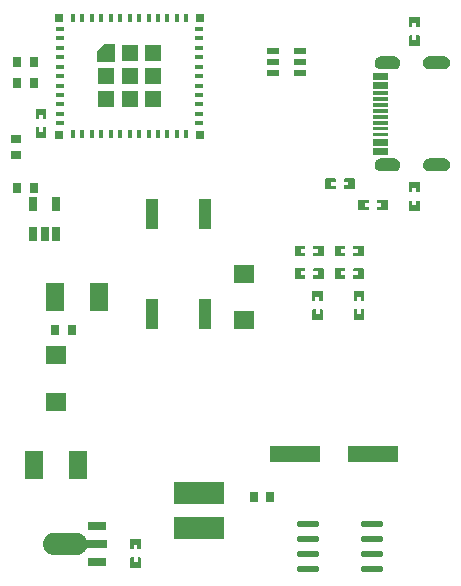
<source format=gtp>
G04 Layer: TopPasteMaskLayer*
G04 EasyEDA v6.5.50, 2025-07-27 16:18:48*
G04 6265f8cd8a4c44cf81f9f4f73efdf9d8,5db155e37078497989a25cdeaf243bf5,10*
G04 Gerber Generator version 0.2*
G04 Scale: 100 percent, Rotated: No, Reflected: No *
G04 Dimensions in millimeters *
G04 leading zeros omitted , absolute positions ,4 integer and 5 decimal *
%FSLAX45Y45*%
%MOMM*%

%AMMACRO1*21,1,$1,$2,0,0,$3*%
%AMMACRO2*4,1,5,-0.725,0.125,-0.125,0.725,0.725,0.725,0.725,-0.725,-0.725,-0.725,-0.725,0.125,0*%
%ADD10R,4.2000X1.4000*%
%ADD11R,0.8000X0.9000*%
%ADD12R,1.6800X1.5200*%
%ADD13R,1.0720X0.5320*%
%ADD14R,4.2000X1.9500*%
%ADD15MACRO1,0.672X1.575X90.0000*%
%ADD16R,0.8000X0.4000*%
%ADD17R,0.4000X0.8000*%
%ADD18R,0.7000X0.7000*%
%ADD19MACRO2*%
%ADD20R,1.4500X1.4500*%
%ADD21O,1.950212X0.5684012*%
%ADD22MACRO1,0.6223X1.1049X0.0000*%
%ADD23MACRO1,2.376X1.5063X-90.0000*%
%ADD24MACRO1,2.376X1.5063X90.0000*%
%ADD25R,0.9000X0.8000*%
%ADD26R,1.1000X2.5000*%
%ADD27R,0.0128X2.5000*%

%LPD*%
G36*
X2730500Y4564989D02*
G01*
X2725470Y4560011D01*
X2725470Y4480001D01*
X2730500Y4474972D01*
X2810510Y4474972D01*
X2815488Y4480001D01*
X2815488Y4502810D01*
X2778506Y4502810D01*
X2778506Y4535779D01*
X2815488Y4535779D01*
X2815488Y4560011D01*
X2810510Y4564989D01*
G37*
G36*
X2889504Y4564989D02*
G01*
X2884474Y4560011D01*
X2884474Y4537202D01*
X2921508Y4537202D01*
X2921508Y4504182D01*
X2884474Y4504182D01*
X2884474Y4480001D01*
X2889504Y4474972D01*
X2969514Y4474972D01*
X2974492Y4480001D01*
X2974492Y4560011D01*
X2969514Y4564989D01*
G37*
G36*
X3169513Y4385005D02*
G01*
X3164484Y4379976D01*
X3164484Y4357217D01*
X3201517Y4357217D01*
X3201517Y4324197D01*
X3164484Y4324197D01*
X3164484Y4299966D01*
X3169513Y4294987D01*
X3249472Y4294987D01*
X3254502Y4299966D01*
X3254502Y4379976D01*
X3249472Y4385005D01*
G37*
G36*
X3010509Y4385005D02*
G01*
X3005480Y4379976D01*
X3005480Y4300016D01*
X3010509Y4294987D01*
X3090468Y4294987D01*
X3095498Y4300016D01*
X3095498Y4322775D01*
X3058515Y4322775D01*
X3058515Y4355795D01*
X3095498Y4355795D01*
X3095498Y4379976D01*
X3090468Y4385005D01*
G37*
G36*
X1080008Y1514500D02*
G01*
X1074978Y1509522D01*
X1074978Y1429512D01*
X1080008Y1424482D01*
X1102817Y1424482D01*
X1102817Y1461516D01*
X1135786Y1461516D01*
X1135786Y1424482D01*
X1160018Y1424482D01*
X1164996Y1429512D01*
X1164996Y1509522D01*
X1160018Y1514500D01*
G37*
G36*
X1080008Y1355496D02*
G01*
X1074978Y1350518D01*
X1074978Y1270508D01*
X1080008Y1265478D01*
X1160018Y1265478D01*
X1164996Y1270508D01*
X1164996Y1350518D01*
X1160018Y1355496D01*
X1137208Y1355496D01*
X1137208Y1318514D01*
X1104188Y1318514D01*
X1104188Y1355496D01*
G37*
G36*
X3439972Y4534509D02*
G01*
X3434994Y4529480D01*
X3434994Y4449470D01*
X3439972Y4444492D01*
X3462782Y4444492D01*
X3462782Y4481474D01*
X3495801Y4481474D01*
X3495801Y4444492D01*
X3519982Y4444492D01*
X3525012Y4449470D01*
X3525012Y4529480D01*
X3519982Y4534509D01*
G37*
G36*
X3439972Y4375505D02*
G01*
X3434994Y4370476D01*
X3434994Y4290466D01*
X3439972Y4285488D01*
X3519982Y4285488D01*
X3525012Y4290466D01*
X3525012Y4370476D01*
X3519982Y4375505D01*
X3497173Y4375505D01*
X3497173Y4338472D01*
X3464204Y4338472D01*
X3464204Y4375505D01*
G37*
G36*
X3439972Y5934506D02*
G01*
X3434994Y5929477D01*
X3434994Y5849467D01*
X3439972Y5844489D01*
X3462782Y5844489D01*
X3462782Y5881471D01*
X3495801Y5881471D01*
X3495801Y5844489D01*
X3519982Y5844489D01*
X3525012Y5849467D01*
X3525012Y5929477D01*
X3519982Y5934506D01*
G37*
G36*
X3439972Y5775502D02*
G01*
X3434994Y5770473D01*
X3434994Y5690463D01*
X3439972Y5685485D01*
X3519982Y5685485D01*
X3525012Y5690463D01*
X3525012Y5770473D01*
X3519982Y5775502D01*
X3497173Y5775502D01*
X3497173Y5738469D01*
X3464204Y5738469D01*
X3464204Y5775502D01*
G37*
G36*
X3131870Y5379974D02*
G01*
X3131870Y5319979D01*
X3252876Y5319979D01*
X3252876Y5379974D01*
G37*
G36*
X3131870Y5249926D02*
G01*
X3131870Y5219954D01*
X3252876Y5219954D01*
X3252876Y5249926D01*
G37*
G36*
X3131870Y5299964D02*
G01*
X3131870Y5269992D01*
X3252876Y5269992D01*
X3252876Y5299964D01*
G37*
G36*
X3131870Y5199989D02*
G01*
X3131870Y5169966D01*
X3252876Y5169966D01*
X3252876Y5199989D01*
G37*
G36*
X3131870Y4899964D02*
G01*
X3131870Y4839970D01*
X3252876Y4839970D01*
X3252876Y4899964D01*
G37*
G36*
X3131870Y4949952D02*
G01*
X3131870Y4919980D01*
X3252876Y4919980D01*
X3252876Y4949952D01*
G37*
G36*
X3131870Y5149951D02*
G01*
X3131870Y5119979D01*
X3252876Y5119979D01*
X3252876Y5149951D01*
G37*
G36*
X3131870Y4999990D02*
G01*
X3131870Y4969967D01*
X3252876Y4969967D01*
X3252876Y4999990D01*
G37*
G36*
X3131870Y4819954D02*
G01*
X3131870Y4759960D01*
X3252876Y4759960D01*
X3252876Y4819954D01*
G37*
G36*
X3131870Y5049977D02*
G01*
X3131870Y5019954D01*
X3252876Y5019954D01*
X3252876Y5049977D01*
G37*
G36*
X3131870Y5099964D02*
G01*
X3131870Y5069992D01*
X3252876Y5069992D01*
X3252876Y5099964D01*
G37*
G36*
X3131870Y5459984D02*
G01*
X3131870Y5399989D01*
X3252876Y5399989D01*
X3252876Y5459984D01*
G37*
G36*
X3197860Y4732985D02*
G01*
X3192373Y4732731D01*
X3186988Y4731918D01*
X3181654Y4730546D01*
X3176524Y4728667D01*
X3171545Y4726279D01*
X3166872Y4723434D01*
X3162503Y4720132D01*
X3158490Y4716373D01*
X3154883Y4712258D01*
X3151682Y4707839D01*
X3148939Y4703064D01*
X3146653Y4698085D01*
X3144926Y4692904D01*
X3143707Y4687519D01*
X3142996Y4682083D01*
X3142894Y4676597D01*
X3143300Y4671161D01*
X3144266Y4665726D01*
X3145739Y4660493D01*
X3147720Y4655362D01*
X3150209Y4650486D01*
X3153206Y4645863D01*
X3156610Y4641596D01*
X3160471Y4637684D01*
X3164636Y4634128D01*
X3169208Y4631029D01*
X3173984Y4628438D01*
X3179064Y4626305D01*
X3184296Y4624679D01*
X3189681Y4623612D01*
X3195116Y4623054D01*
X3307842Y4623003D01*
X3313328Y4623257D01*
X3318764Y4624070D01*
X3324098Y4625441D01*
X3329228Y4627321D01*
X3334156Y4629708D01*
X3338829Y4632553D01*
X3343198Y4635855D01*
X3347212Y4639564D01*
X3350869Y4643678D01*
X3354070Y4648149D01*
X3356813Y4652873D01*
X3359048Y4657902D01*
X3360826Y4663084D01*
X3362045Y4668418D01*
X3362706Y4673854D01*
X3362858Y4679340D01*
X3362451Y4684826D01*
X3361486Y4690211D01*
X3360013Y4695494D01*
X3357981Y4700625D01*
X3355492Y4705502D01*
X3352546Y4710074D01*
X3349091Y4714392D01*
X3345281Y4718304D01*
X3341065Y4721809D01*
X3336544Y4724908D01*
X3331718Y4727549D01*
X3326688Y4729683D01*
X3321456Y4731308D01*
X3316071Y4732375D01*
X3310585Y4732934D01*
G37*
G36*
X3197860Y5596991D02*
G01*
X3192373Y5596686D01*
X3186988Y5595874D01*
X3181654Y5594502D01*
X3176524Y5592673D01*
X3171545Y5590286D01*
X3166872Y5587390D01*
X3162503Y5584088D01*
X3158490Y5580380D01*
X3154883Y5576265D01*
X3151682Y5571794D01*
X3148939Y5567070D01*
X3146653Y5562041D01*
X3144926Y5556859D01*
X3143707Y5551525D01*
X3142996Y5546090D01*
X3142894Y5540603D01*
X3143300Y5535117D01*
X3144266Y5529732D01*
X3145739Y5524449D01*
X3147720Y5519369D01*
X3150209Y5514492D01*
X3153206Y5509869D01*
X3156610Y5505551D01*
X3160471Y5501640D01*
X3164636Y5498134D01*
X3169208Y5495036D01*
X3173984Y5492394D01*
X3179064Y5490260D01*
X3184296Y5488686D01*
X3189681Y5487568D01*
X3195116Y5487060D01*
X3307842Y5486958D01*
X3313328Y5487263D01*
X3318764Y5488076D01*
X3324098Y5489397D01*
X3329228Y5491276D01*
X3334156Y5493664D01*
X3338829Y5496509D01*
X3343198Y5499811D01*
X3347212Y5503570D01*
X3350869Y5507685D01*
X3354070Y5512104D01*
X3356813Y5516880D01*
X3359048Y5521858D01*
X3360826Y5527090D01*
X3362045Y5532424D01*
X3362706Y5537860D01*
X3362858Y5543346D01*
X3362451Y5548782D01*
X3361486Y5554218D01*
X3360013Y5559501D01*
X3357981Y5564581D01*
X3355492Y5569458D01*
X3352546Y5574080D01*
X3349091Y5578348D01*
X3345281Y5582310D01*
X3341065Y5585815D01*
X3336544Y5588914D01*
X3331718Y5591505D01*
X3326688Y5593638D01*
X3321456Y5595264D01*
X3316071Y5596331D01*
X3310585Y5596890D01*
G37*
G36*
X3607866Y4732985D02*
G01*
X3602380Y4732731D01*
X3596995Y4731918D01*
X3591661Y4730546D01*
X3586530Y4728667D01*
X3581552Y4726279D01*
X3576878Y4723434D01*
X3572510Y4720132D01*
X3568496Y4716373D01*
X3564890Y4712258D01*
X3561689Y4707839D01*
X3558946Y4703064D01*
X3556660Y4698085D01*
X3554933Y4692904D01*
X3553714Y4687519D01*
X3553002Y4682083D01*
X3552901Y4676597D01*
X3553307Y4671161D01*
X3554272Y4665726D01*
X3555746Y4660493D01*
X3557727Y4655362D01*
X3560267Y4650486D01*
X3563213Y4645863D01*
X3566617Y4641596D01*
X3570478Y4637684D01*
X3574643Y4634128D01*
X3579215Y4631029D01*
X3583990Y4628438D01*
X3589070Y4626305D01*
X3594303Y4624679D01*
X3599687Y4623612D01*
X3605123Y4623054D01*
X3727856Y4623003D01*
X3733342Y4623257D01*
X3738778Y4624070D01*
X3744061Y4625441D01*
X3749243Y4627321D01*
X3754170Y4629708D01*
X3758844Y4632553D01*
X3763213Y4635855D01*
X3767226Y4639564D01*
X3770884Y4643678D01*
X3774084Y4648149D01*
X3776827Y4652873D01*
X3779062Y4657902D01*
X3780840Y4663084D01*
X3782060Y4668418D01*
X3782720Y4673854D01*
X3782872Y4679340D01*
X3782466Y4684826D01*
X3781501Y4690211D01*
X3780028Y4695494D01*
X3777996Y4700625D01*
X3775506Y4705502D01*
X3772509Y4710074D01*
X3769106Y4714392D01*
X3765296Y4718304D01*
X3761079Y4721809D01*
X3756558Y4724908D01*
X3751732Y4727549D01*
X3746703Y4729683D01*
X3741470Y4731308D01*
X3736086Y4732375D01*
X3730599Y4732934D01*
G37*
G36*
X3607866Y5596991D02*
G01*
X3602380Y5596737D01*
X3596995Y5595924D01*
X3591661Y5594553D01*
X3586530Y5592673D01*
X3581552Y5590286D01*
X3576878Y5587441D01*
X3572510Y5584139D01*
X3568496Y5580380D01*
X3564890Y5576265D01*
X3561689Y5571845D01*
X3558946Y5567070D01*
X3556660Y5562092D01*
X3554933Y5556910D01*
X3553714Y5551525D01*
X3553002Y5546090D01*
X3552901Y5540603D01*
X3553307Y5535168D01*
X3554272Y5529732D01*
X3555746Y5524449D01*
X3557727Y5519369D01*
X3560267Y5514492D01*
X3563213Y5509869D01*
X3566617Y5505602D01*
X3570478Y5501690D01*
X3574643Y5498134D01*
X3579215Y5495036D01*
X3583990Y5492445D01*
X3589070Y5490311D01*
X3594303Y5488686D01*
X3599687Y5487619D01*
X3605123Y5487060D01*
X3727856Y5487009D01*
X3733342Y5487263D01*
X3738778Y5488076D01*
X3744061Y5489448D01*
X3749243Y5491327D01*
X3754170Y5493664D01*
X3758844Y5496560D01*
X3763213Y5499862D01*
X3767226Y5503570D01*
X3770884Y5507685D01*
X3774084Y5512155D01*
X3776827Y5516880D01*
X3779062Y5521909D01*
X3780840Y5527090D01*
X3782060Y5532424D01*
X3782720Y5537860D01*
X3782872Y5543346D01*
X3782466Y5548833D01*
X3781501Y5554218D01*
X3780028Y5559501D01*
X3777996Y5564632D01*
X3775506Y5569508D01*
X3772509Y5574080D01*
X3769106Y5578398D01*
X3765296Y5582310D01*
X3761079Y5585815D01*
X3756558Y5588914D01*
X3751732Y5591556D01*
X3746703Y5593689D01*
X3741470Y5595315D01*
X3736086Y5596382D01*
X3730599Y5596940D01*
G37*
G36*
X2620010Y3614470D02*
G01*
X2614980Y3609492D01*
X2614980Y3529482D01*
X2620010Y3524504D01*
X2642768Y3524504D01*
X2642768Y3561486D01*
X2675788Y3561486D01*
X2675788Y3524504D01*
X2700020Y3524504D01*
X2704998Y3529482D01*
X2704998Y3609492D01*
X2700020Y3614470D01*
G37*
G36*
X2620010Y3455517D02*
G01*
X2614980Y3450488D01*
X2614980Y3370478D01*
X2620010Y3365500D01*
X2699969Y3365500D01*
X2704998Y3370478D01*
X2704998Y3450488D01*
X2699969Y3455517D01*
X2677210Y3455517D01*
X2677210Y3418484D01*
X2644190Y3418484D01*
X2644190Y3455517D01*
G37*
G36*
X2629509Y3804970D02*
G01*
X2624480Y3799992D01*
X2624480Y3777183D01*
X2661513Y3777183D01*
X2661513Y3744214D01*
X2624480Y3744214D01*
X2624480Y3719982D01*
X2629509Y3715004D01*
X2709519Y3715004D01*
X2714498Y3719982D01*
X2714498Y3799992D01*
X2709519Y3804970D01*
G37*
G36*
X2470505Y3804970D02*
G01*
X2465476Y3799992D01*
X2465476Y3719982D01*
X2470505Y3715004D01*
X2550515Y3715004D01*
X2555494Y3719982D01*
X2555494Y3742791D01*
X2518511Y3742791D01*
X2518511Y3775811D01*
X2555494Y3775811D01*
X2555494Y3799992D01*
X2550515Y3804970D01*
G37*
G36*
X2970022Y3614470D02*
G01*
X2964992Y3609492D01*
X2964992Y3529482D01*
X2970022Y3524504D01*
X2992780Y3524504D01*
X2992780Y3561486D01*
X3025800Y3561486D01*
X3025800Y3524504D01*
X3049981Y3524504D01*
X3055010Y3529482D01*
X3055010Y3609492D01*
X3049981Y3614470D01*
G37*
G36*
X2969971Y3455517D02*
G01*
X2964992Y3450488D01*
X2964992Y3370478D01*
X2969971Y3365500D01*
X3049981Y3365500D01*
X3055010Y3370478D01*
X3055010Y3450488D01*
X3049981Y3455517D01*
X3027172Y3455517D01*
X3027172Y3418484D01*
X2994202Y3418484D01*
X2994202Y3455517D01*
G37*
G36*
X2969514Y3804970D02*
G01*
X2964484Y3799992D01*
X2964484Y3777183D01*
X3001518Y3777183D01*
X3001518Y3744214D01*
X2964484Y3744214D01*
X2964484Y3719982D01*
X2969514Y3715004D01*
X3049473Y3715004D01*
X3054502Y3719982D01*
X3054502Y3799992D01*
X3049473Y3804970D01*
G37*
G36*
X2810510Y3804970D02*
G01*
X2805480Y3799992D01*
X2805480Y3719982D01*
X2810510Y3715004D01*
X2890469Y3715004D01*
X2895498Y3719982D01*
X2895498Y3742791D01*
X2858516Y3742791D01*
X2858516Y3775811D01*
X2895498Y3775811D01*
X2895498Y3799992D01*
X2890469Y3804970D01*
G37*
G36*
X2470505Y3995013D02*
G01*
X2465476Y3989984D01*
X2465476Y3909974D01*
X2470505Y3904996D01*
X2550515Y3904996D01*
X2555494Y3909974D01*
X2555494Y3932783D01*
X2518511Y3932783D01*
X2518511Y3965803D01*
X2555494Y3965803D01*
X2555494Y3989984D01*
X2550515Y3995013D01*
G37*
G36*
X2629509Y3995013D02*
G01*
X2624480Y3989984D01*
X2624480Y3967175D01*
X2661513Y3967175D01*
X2661513Y3934206D01*
X2624480Y3934206D01*
X2624480Y3909974D01*
X2629509Y3904996D01*
X2709519Y3904996D01*
X2714498Y3909974D01*
X2714498Y3989984D01*
X2709519Y3995013D01*
G37*
G36*
X2969514Y3995013D02*
G01*
X2964484Y3989984D01*
X2964484Y3967175D01*
X3001518Y3967175D01*
X3001518Y3934206D01*
X2964484Y3934206D01*
X2964484Y3909974D01*
X2969514Y3904996D01*
X3049473Y3904996D01*
X3054502Y3909974D01*
X3054502Y3989984D01*
X3049473Y3995013D01*
G37*
G36*
X2810510Y3995013D02*
G01*
X2805480Y3989984D01*
X2805480Y3909974D01*
X2810510Y3904996D01*
X2890469Y3904996D01*
X2895498Y3909974D01*
X2895498Y3932783D01*
X2858516Y3932783D01*
X2858516Y3965803D01*
X2895498Y3965803D01*
X2895498Y3989984D01*
X2890469Y3995013D01*
G37*
G36*
X280009Y5154472D02*
G01*
X274980Y5149494D01*
X274980Y5069484D01*
X280009Y5064506D01*
X302818Y5064506D01*
X302818Y5101488D01*
X335788Y5101488D01*
X335788Y5064506D01*
X360019Y5064506D01*
X364998Y5069484D01*
X364998Y5149494D01*
X360019Y5154472D01*
G37*
G36*
X280009Y4995468D02*
G01*
X274980Y4990490D01*
X274980Y4910480D01*
X280009Y4905502D01*
X360019Y4905502D01*
X364998Y4910480D01*
X364998Y4990490D01*
X360019Y4995468D01*
X337210Y4995468D01*
X337210Y4958486D01*
X304190Y4958486D01*
X304190Y4995468D01*
G37*
D10*
G01*
X2473274Y2229993D03*
G01*
X3126714Y2229993D03*
D11*
G01*
X2119985Y1869998D03*
G01*
X2259990Y1869998D03*
G01*
X580009Y3280003D03*
G01*
X440004Y3280003D03*
G01*
X119989Y4480001D03*
G01*
X259994Y4480001D03*
G01*
X119989Y5369991D03*
G01*
X259994Y5369991D03*
G01*
X119989Y5550001D03*
G01*
X259969Y5550001D03*
D12*
G01*
X450011Y2673502D03*
G01*
X450011Y3066491D03*
D13*
G01*
X2514904Y5454980D03*
G01*
X2514904Y5549976D03*
G01*
X2514904Y5644972D03*
G01*
X2285085Y5644972D03*
G01*
X2285085Y5549976D03*
G01*
X2285085Y5454980D03*
D14*
G01*
X1659991Y1602486D03*
G01*
X1659991Y1897506D03*
D15*
G01*
X795629Y1320010D03*
G01*
X795629Y1620009D03*
G36*
X617098Y1564980D02*
G01*
X621550Y1564873D01*
X625993Y1564561D01*
X630417Y1564040D01*
X634812Y1563314D01*
X639168Y1562379D01*
X643473Y1561244D01*
X647722Y1559907D01*
X651903Y1558373D01*
X656008Y1556644D01*
X660029Y1554726D01*
X663953Y1552620D01*
X667776Y1550332D01*
X671487Y1547868D01*
X675078Y1545234D01*
X678540Y1542435D01*
X681870Y1539473D01*
X685055Y1536362D01*
X688093Y1533103D01*
X690973Y1529707D01*
X693691Y1526179D01*
X696241Y1522526D01*
X698616Y1518759D01*
X700813Y1514883D01*
X702828Y1510911D01*
X704651Y1502981D01*
X874384Y1502981D01*
X874384Y1436982D01*
X704651Y1436982D01*
X702828Y1429047D01*
X700813Y1425074D01*
X698616Y1421198D01*
X696241Y1417431D01*
X693691Y1413779D01*
X690973Y1410251D01*
X688093Y1406855D01*
X685055Y1403596D01*
X681870Y1400484D01*
X678540Y1397523D01*
X675078Y1394724D01*
X671487Y1392090D01*
X667776Y1389626D01*
X663953Y1387337D01*
X660029Y1385232D01*
X656008Y1383314D01*
X651903Y1381584D01*
X647722Y1380050D01*
X643473Y1378714D01*
X639168Y1377579D01*
X634812Y1376644D01*
X630417Y1375918D01*
X625993Y1375397D01*
X621550Y1375084D01*
X617098Y1374978D01*
X431678Y1374978D01*
X427225Y1375084D01*
X422782Y1375397D01*
X418358Y1375918D01*
X413964Y1376644D01*
X409608Y1377579D01*
X405302Y1378714D01*
X401053Y1380050D01*
X396872Y1381584D01*
X392767Y1383314D01*
X388746Y1385232D01*
X384822Y1387337D01*
X381000Y1389626D01*
X377289Y1392090D01*
X373697Y1394724D01*
X370235Y1397523D01*
X366905Y1400484D01*
X363720Y1403596D01*
X360682Y1406855D01*
X357802Y1410251D01*
X355084Y1413779D01*
X352534Y1417431D01*
X350159Y1421198D01*
X347962Y1425074D01*
X345947Y1429047D01*
X344124Y1433111D01*
X342491Y1437253D01*
X341055Y1441470D01*
X339818Y1445750D01*
X338785Y1450083D01*
X337954Y1454457D01*
X337329Y1458869D01*
X336913Y1463304D01*
X336704Y1467751D01*
X336704Y1472206D01*
X336913Y1476654D01*
X337329Y1481089D01*
X337954Y1485501D01*
X338785Y1489875D01*
X339818Y1494208D01*
X341055Y1498488D01*
X342491Y1502704D01*
X344124Y1506847D01*
X345947Y1510911D01*
X347962Y1514883D01*
X350159Y1518759D01*
X352534Y1522526D01*
X355084Y1526179D01*
X357802Y1529707D01*
X360682Y1533103D01*
X363720Y1536362D01*
X366905Y1539473D01*
X370235Y1542435D01*
X373697Y1545234D01*
X377289Y1547868D01*
X381000Y1550332D01*
X384822Y1552620D01*
X388746Y1554726D01*
X392767Y1556644D01*
X396872Y1558373D01*
X401053Y1559907D01*
X405302Y1561244D01*
X409608Y1562379D01*
X413964Y1563314D01*
X418358Y1564040D01*
X422782Y1564561D01*
X427225Y1564873D01*
X431678Y1564980D01*
G37*
D16*
G01*
X480009Y5829985D03*
G01*
X480009Y5749975D03*
G01*
X480009Y5669991D03*
G01*
X480009Y5589981D03*
G01*
X480009Y5509996D03*
G01*
X480009Y5429986D03*
G01*
X480009Y5349976D03*
G01*
X480009Y5269992D03*
G01*
X480009Y5189981D03*
G01*
X480009Y5109997D03*
G01*
X480009Y5029987D03*
D17*
G01*
X589991Y4939995D03*
G01*
X670001Y4939995D03*
G01*
X750011Y4939995D03*
G01*
X829995Y4939995D03*
G01*
X910005Y4939995D03*
G01*
X989990Y4939995D03*
G01*
X1070000Y4939995D03*
G01*
X1149985Y4939995D03*
G01*
X1229995Y4939995D03*
G01*
X1310004Y4939995D03*
G01*
X1389989Y4939995D03*
G01*
X1469999Y4939995D03*
G01*
X1550009Y4939995D03*
D16*
G01*
X1659991Y5029987D03*
G01*
X1659991Y5109997D03*
G01*
X1659991Y5189981D03*
G01*
X1659991Y5269992D03*
G01*
X1659991Y5349976D03*
G01*
X1659991Y5429986D03*
G01*
X1659991Y5509996D03*
G01*
X1659991Y5589981D03*
G01*
X1659991Y5669991D03*
G01*
X1659991Y5749975D03*
G01*
X1659991Y5829985D03*
D17*
G01*
X1550009Y5919978D03*
G01*
X1469999Y5919978D03*
G01*
X1389989Y5919978D03*
G01*
X1310004Y5919978D03*
G01*
X1229995Y5919978D03*
G01*
X1149985Y5919978D03*
G01*
X1070000Y5919978D03*
G01*
X989990Y5919978D03*
G01*
X910005Y5919978D03*
G01*
X829995Y5919978D03*
G01*
X750011Y5919978D03*
G01*
X670001Y5919978D03*
G01*
X589991Y5919978D03*
D18*
G01*
X1664995Y5924981D03*
G01*
X1664995Y4934991D03*
G01*
X475005Y4934991D03*
G01*
X475005Y5924981D03*
D19*
G01*
X872484Y5627484D03*
D20*
G01*
X1267485Y5232476D03*
G01*
X1069975Y5232476D03*
G01*
X872489Y5232476D03*
G01*
X872489Y5429986D03*
G01*
X1069975Y5627471D03*
G01*
X1267485Y5627471D03*
G01*
X1267485Y5429986D03*
G01*
X1069975Y5429986D03*
D21*
G01*
X2579497Y1640484D03*
G01*
X2579497Y1513484D03*
G01*
X2579497Y1386484D03*
G01*
X2579497Y1259484D03*
G01*
X3120516Y1640484D03*
G01*
X3120516Y1513484D03*
G01*
X3120516Y1386484D03*
G01*
X3120516Y1259484D03*
D22*
G01*
X444972Y4349993D03*
G01*
X255023Y4349993D03*
G01*
X255021Y4089989D03*
G01*
X349935Y4089989D03*
G01*
X444967Y4089991D03*
D23*
G01*
X433936Y3559992D03*
G01*
X806061Y3559992D03*
D24*
G01*
X636061Y2139995D03*
G01*
X263936Y2139995D03*
D25*
G01*
X110007Y4759985D03*
G01*
X110007Y4899990D03*
D12*
G01*
X2040000Y3756482D03*
G01*
X2040000Y3363493D03*
D26*
G01*
X1705000Y4264990D03*
G01*
X1705000Y3415004D03*
G01*
X1255013Y4264990D03*
G01*
X1255013Y3415004D03*
M02*

</source>
